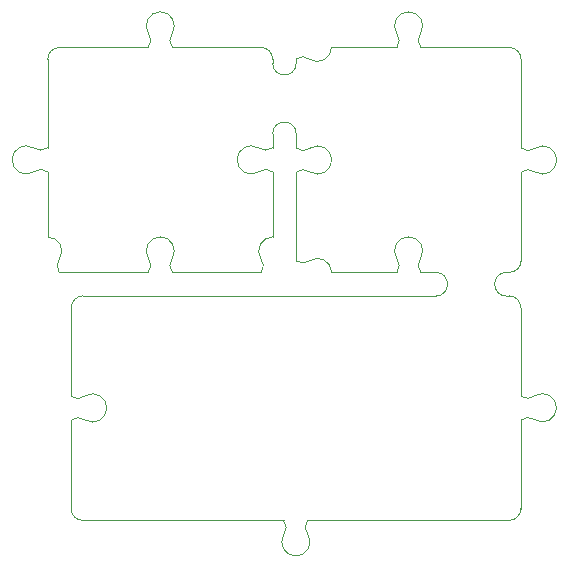
<source format=gbr>
%TF.GenerationSoftware,KiCad,Pcbnew,7.0.7*%
%TF.CreationDate,2023-09-12T19:54:29+10:00*%
%TF.ProjectId,jigsaw,6a696773-6177-42e6-9b69-6361645f7063,rev?*%
%TF.SameCoordinates,Original*%
%TF.FileFunction,Profile,NP*%
%FSLAX46Y46*%
G04 Gerber Fmt 4.6, Leading zero omitted, Abs format (unit mm)*
G04 Created by KiCad (PCBNEW 7.0.7) date 2023-09-12 19:54:29*
%MOMM*%
%LPD*%
G01*
G04 APERTURE LIST*
%TA.AperFunction,Profile*%
%ADD10C,0.100000*%
%TD*%
%TA.AperFunction,Profile*%
%ADD11C,0.050000*%
%TD*%
G04 APERTURE END LIST*
D10*
X117574801Y-46117073D02*
G75*
G03*
X118771521Y-46097912I586481J751467D01*
G01*
X157619550Y-58654620D02*
X157826415Y-58639020D01*
X160047940Y-48152266D02*
G75*
G03*
X160037849Y-46135418I631974J1011611D01*
G01*
X142807000Y-56659807D02*
G75*
G03*
X140982028Y-55648453I-1192793J-133D01*
G01*
X119782875Y-55476010D02*
G75*
G03*
X119753131Y-56659773I730322J-610606D01*
G01*
X158851220Y-48171428D02*
X158851580Y-55659215D01*
X136625024Y-46117095D02*
G75*
G03*
X137821761Y-46097912I586476J751455D01*
G01*
X139800982Y-46126562D02*
G75*
G03*
X140983621Y-46135417I596715J716072D01*
G01*
X150343679Y-36412846D02*
G75*
G03*
X148326832Y-36422938I-1011611J631972D01*
G01*
X148317977Y-37609567D02*
G75*
G03*
X148326831Y-36426925I-716078J596715D01*
G01*
X151619550Y-58654620D02*
X121775545Y-58639020D01*
X129333382Y-37609533D02*
X136821169Y-37609173D01*
X140997698Y-48152269D02*
G75*
G03*
X139800980Y-48171428I-586481J-751491D01*
G01*
X139816970Y-38934880D02*
X139800980Y-38591177D01*
X137821169Y-38609173D02*
X137816970Y-38934880D01*
X138765682Y-78836467D02*
G75*
G03*
X140797680Y-78836467I1015999J-635010D01*
G01*
X157832168Y-77656082D02*
G75*
G03*
X158832168Y-76656082I71J999929D01*
G01*
X136840151Y-56659773D02*
X129333382Y-56659773D01*
X137821764Y-48142772D02*
G75*
G03*
X136639119Y-48133922I-596714J-716078D01*
G01*
X121943671Y-69145703D02*
G75*
G03*
X120750740Y-69172137I-579872J-762103D01*
G01*
X129314217Y-36412810D02*
G75*
G03*
X129333382Y-37609533I751473J-586480D01*
G01*
X129314221Y-36412813D02*
G75*
G03*
X127297373Y-36422904I-1011611J631973D01*
G01*
X150343678Y-55463086D02*
G75*
G03*
X148326831Y-55473178I-1011611J631976D01*
G01*
X150362841Y-37609567D02*
X157851580Y-37609167D01*
X140993709Y-48152273D02*
G75*
G03*
X140983622Y-46135419I631978J1011613D01*
G01*
X139800980Y-55678197D02*
X139800980Y-48171428D01*
X158826720Y-67132647D02*
G75*
G03*
X160023187Y-67103545I579884J768986D01*
G01*
X140983985Y-38622141D02*
G75*
G03*
X142807003Y-37609567I630228J1012700D01*
G01*
X127288520Y-37609534D02*
G75*
G03*
X127297372Y-36426891I-716080J596714D01*
G01*
X137821167Y-38609173D02*
G75*
G03*
X136821169Y-37609173I-1000167J-167D01*
G01*
X158851222Y-46126562D02*
G75*
G03*
X160033861Y-46135417I596715J716072D01*
G01*
X137821761Y-48142776D02*
X137821761Y-53653750D01*
X118771521Y-53653750D02*
X118771521Y-48142776D01*
X138765685Y-78836469D02*
G75*
G03*
X138739295Y-77643570I-762026J579883D01*
G01*
X140764295Y-77643570D02*
X157832168Y-77656082D01*
X140764297Y-77643571D02*
G75*
G03*
X140793397Y-78840039I768982J-579885D01*
G01*
X157851580Y-56659213D02*
G75*
G03*
X158851580Y-55659215I-173J1000173D01*
G01*
X160047939Y-48152269D02*
G75*
G03*
X158851220Y-48171428I-586482J-751461D01*
G01*
X119771121Y-37609173D02*
G75*
G03*
X118771121Y-38609173I-69J-999931D01*
G01*
X118771521Y-46097912D02*
X118771121Y-38609173D01*
X119784095Y-55476768D02*
G75*
G03*
X118771521Y-53653750I-1012700J630228D01*
G01*
X121775545Y-58638952D02*
G75*
G03*
X120775545Y-59639020I-46J-999954D01*
G01*
X158826415Y-59639020D02*
X158826720Y-67132647D01*
X160019616Y-69131261D02*
G75*
G03*
X158826719Y-69157648I-579884J-762024D01*
G01*
X139800980Y-46126564D02*
X139816970Y-44934880D01*
X158851580Y-38609167D02*
G75*
G03*
X157851580Y-37609167I-999931J69D01*
G01*
X127288518Y-37609533D02*
X119771121Y-37609173D01*
X127288518Y-56659773D02*
X119753131Y-56659773D01*
X158851220Y-46126564D02*
X158851580Y-38609167D01*
X118771521Y-48142776D02*
G75*
G03*
X117588879Y-48133922I-596715J-716078D01*
G01*
X137821761Y-53653739D02*
G75*
G03*
X136810408Y-55478725I139J-1192801D01*
G01*
X137816970Y-44934880D02*
X137821761Y-46097912D01*
X121943640Y-69145743D02*
G75*
G03*
X121943636Y-67113751I635009J1015997D01*
G01*
X151619550Y-56654620D02*
X150362841Y-56659807D01*
X120752723Y-76656082D02*
G75*
G03*
X121752750Y-77656082I999976J-24D01*
G01*
X140984742Y-38620922D02*
G75*
G03*
X139800981Y-38591178I-610605J-730318D01*
G01*
X158826415Y-59639020D02*
G75*
G03*
X157826415Y-58639020I-999926J74D01*
G01*
X148317974Y-56659805D02*
G75*
G03*
X148326830Y-55477166I-716057J596715D01*
G01*
X117574800Y-46117074D02*
G75*
G03*
X117584892Y-48133921I-631972J-1011611D01*
G01*
X150343650Y-55463064D02*
G75*
G03*
X150362842Y-56659806I751357J-586476D01*
G01*
X160019616Y-69131261D02*
G75*
G03*
X160019616Y-67099263I635010J1015999D01*
G01*
X158826719Y-69157648D02*
X158832168Y-76656082D01*
X136625045Y-46117067D02*
G75*
G03*
X136635131Y-48133921I-631975J-1011613D01*
G01*
X136840154Y-56659776D02*
G75*
G03*
X136810406Y-55476011I-760074J573156D01*
G01*
X129314220Y-55467039D02*
G75*
G03*
X127297373Y-55477131I-1011611J631972D01*
G01*
X127288520Y-56659774D02*
G75*
G03*
X127297372Y-55477131I-716080J596714D01*
G01*
X129314227Y-55463058D02*
G75*
G03*
X129333383Y-56659772I751473J-586482D01*
G01*
X139800980Y-55678197D02*
G75*
G03*
X140984743Y-55648452I573157J760057D01*
G01*
X120750739Y-69172136D02*
X120752750Y-76656082D01*
X120750722Y-67147158D02*
G75*
G03*
X121947207Y-67118033I579877J769052D01*
G01*
X157619550Y-56654620D02*
X157851580Y-56659215D01*
X142807003Y-37609567D02*
X148317977Y-37609567D01*
X148317977Y-56659807D02*
X142807003Y-56659807D01*
X138739295Y-77643570D02*
X121752750Y-77656082D01*
X150343680Y-36412847D02*
G75*
G03*
X150362841Y-37609567I751467J-586481D01*
G01*
X120775545Y-59631220D02*
X120750740Y-67147135D01*
D11*
%TO.C,REF\u002A\u002A*%
X139816970Y-44934880D02*
G75*
G03*
X137816970Y-44934880I-1000000J0D01*
G01*
X137816970Y-38934880D02*
G75*
G03*
X139816970Y-38934880I1000000J0D01*
G01*
X151619550Y-58654620D02*
G75*
G03*
X151619550Y-56654620I0J1000000D01*
G01*
X157619550Y-56654620D02*
G75*
G03*
X157619550Y-58654620I0J-1000000D01*
G01*
%TD*%
M02*

</source>
